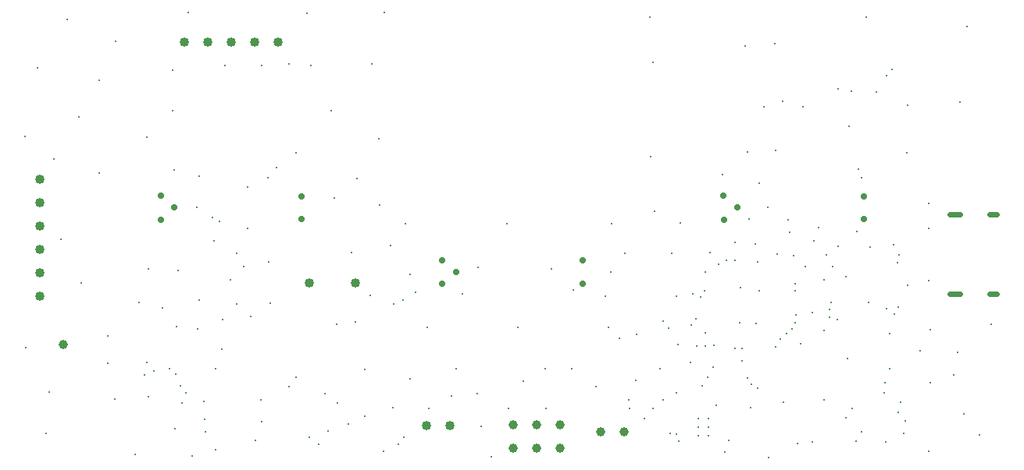
<source format=gbr>
%TF.GenerationSoftware,KiCad,Pcbnew,9.0.2*%
%TF.CreationDate,2025-08-01T16:28:49+01:00*%
%TF.ProjectId,FED3,46454433-2e6b-4696-9361-645f70636258,rev?*%
%TF.SameCoordinates,Original*%
%TF.FileFunction,Plated,1,4,PTH,Mixed*%
%TF.FilePolarity,Positive*%
%FSLAX46Y46*%
G04 Gerber Fmt 4.6, Leading zero omitted, Abs format (unit mm)*
G04 Created by KiCad (PCBNEW 9.0.2) date 2025-08-01 16:28:49*
%MOMM*%
%LPD*%
G01*
G04 APERTURE LIST*
%TA.AperFunction,ViaDrill*%
%ADD10C,0.210000*%
%TD*%
%TA.AperFunction,ComponentDrill*%
%ADD11C,0.210000*%
%TD*%
%TA.AperFunction,ViaDrill*%
%ADD12C,0.300000*%
%TD*%
G04 aperture for slot hole*
%TA.AperFunction,ComponentDrill*%
%ADD13C,0.600000*%
%TD*%
%TA.AperFunction,ComponentDrill*%
%ADD14C,0.700000*%
%TD*%
%TA.AperFunction,ComponentDrill*%
%ADD15C,1.000000*%
%TD*%
%TA.AperFunction,ComponentDrill*%
%ADD16C,1.016000*%
%TD*%
G04 APERTURE END LIST*
D10*
X95691100Y-94289600D03*
X95713900Y-117221400D03*
X97025000Y-86825000D03*
X97977100Y-126547600D03*
X98253900Y-122047400D03*
X98815300Y-96778800D03*
X99550000Y-105450000D03*
X100263100Y-81589600D03*
X101475000Y-92175000D03*
X101725000Y-110225000D03*
X103725000Y-88225000D03*
X103725000Y-98300000D03*
X104600000Y-118900000D03*
X104650000Y-116000000D03*
X105400000Y-122800000D03*
X105475000Y-83975000D03*
X107600000Y-128800000D03*
X108000000Y-112300000D03*
X108600000Y-120150000D03*
X108825000Y-94375000D03*
X108850000Y-118800000D03*
X109000000Y-108700000D03*
X109050000Y-122525000D03*
X109650000Y-119750000D03*
X110525000Y-112900000D03*
X111350000Y-119500000D03*
X111693100Y-87050600D03*
X111693100Y-91495600D03*
X111800000Y-97900000D03*
X111900000Y-126000000D03*
X111975000Y-120100000D03*
X112075000Y-114975000D03*
X112225000Y-108875000D03*
X112475000Y-121400000D03*
X112675000Y-123250000D03*
X113075000Y-122100000D03*
X113325000Y-80800000D03*
X113800000Y-129000000D03*
X114300000Y-102000000D03*
X114400000Y-115200000D03*
X114500000Y-98620000D03*
X114550000Y-112050000D03*
X115050000Y-123100000D03*
X115100000Y-125000000D03*
X115200000Y-126350000D03*
X115950000Y-103100000D03*
X116100000Y-105655000D03*
X116300000Y-128350000D03*
X116350000Y-119495000D03*
X116700000Y-103550000D03*
X116950000Y-117415000D03*
X117100000Y-114200000D03*
X117300000Y-86600000D03*
X117900000Y-109900000D03*
X118600000Y-107000000D03*
X118600000Y-112500000D03*
X119400000Y-108400000D03*
X119750000Y-99750000D03*
X119750000Y-104300000D03*
X120150000Y-113830000D03*
X120600000Y-127300000D03*
X121193750Y-122906250D03*
X121300000Y-86600000D03*
X121300000Y-125250000D03*
X122000000Y-98750000D03*
X122100000Y-107900000D03*
X122225000Y-112425000D03*
X122900000Y-97700000D03*
X124228175Y-121428176D03*
X124300000Y-86400000D03*
X125041765Y-120429854D03*
X125050000Y-96050000D03*
X126250000Y-80900000D03*
X126500000Y-127000000D03*
X126600000Y-86600000D03*
X127500000Y-127750000D03*
X128150000Y-122200000D03*
X128500000Y-126250000D03*
X128800000Y-91450000D03*
X129175000Y-100975000D03*
X129400000Y-114700000D03*
X129500000Y-123250000D03*
X130716405Y-125548435D03*
X131025000Y-106900000D03*
X131505030Y-114475628D03*
X131600000Y-98850000D03*
X132500000Y-119600000D03*
X132500000Y-124650000D03*
X133050000Y-111550000D03*
X133283100Y-86415600D03*
X134000000Y-94500000D03*
X134100000Y-101700000D03*
X134550000Y-128500000D03*
X134600000Y-80800000D03*
X135250000Y-106100000D03*
X135500000Y-123716000D03*
X135600000Y-112450000D03*
X136101000Y-127750000D03*
X136650000Y-112050000D03*
X136750000Y-127000000D03*
X136850000Y-103800000D03*
X137395300Y-109245800D03*
X137400000Y-120600000D03*
X138025000Y-111225000D03*
X139250000Y-115000000D03*
X139400000Y-123800000D03*
X141875000Y-122500000D03*
X142350000Y-119550000D03*
X143050000Y-111400000D03*
X144700000Y-122250000D03*
X144761300Y-108509200D03*
X145100000Y-125800000D03*
X146200000Y-129100000D03*
X147852894Y-103795731D03*
X148095100Y-123816200D03*
X149074710Y-115016462D03*
X149650000Y-120850000D03*
X152025000Y-119475000D03*
X152159100Y-123816200D03*
X152700000Y-108700000D03*
X154925000Y-119475000D03*
X157550000Y-121500000D03*
X158550000Y-111650000D03*
X159150000Y-109000000D03*
X159250000Y-103800000D03*
X160060000Y-116200000D03*
X160700000Y-107000000D03*
X161125000Y-122900000D03*
X161200000Y-123850000D03*
X161850000Y-120805000D03*
X161977136Y-115748717D03*
X162800000Y-124941002D03*
X163400000Y-81300000D03*
X163500000Y-96500000D03*
X163707689Y-123841600D03*
X163750000Y-86250000D03*
X163900000Y-102450000D03*
X164500000Y-119500000D03*
X164800000Y-114350000D03*
X164800000Y-122900000D03*
X165405000Y-115143717D03*
X165552592Y-126559814D03*
X165785000Y-106972500D03*
X166245879Y-126602052D03*
X166290335Y-122112423D03*
X166300000Y-111650000D03*
X166400000Y-116900000D03*
X166500000Y-127400000D03*
X166700000Y-103700000D03*
X167775000Y-118850000D03*
X167855300Y-114739000D03*
X168005000Y-111350000D03*
X168399824Y-114134000D03*
X168461636Y-117097000D03*
X168900000Y-111687500D03*
X169071464Y-121400169D03*
X169300000Y-111025000D03*
X169356276Y-117097000D03*
X169360000Y-108997500D03*
X169365000Y-115645000D03*
X169665300Y-120484700D03*
X169885000Y-106897500D03*
X170250000Y-119350000D03*
X170300000Y-117000000D03*
X170600000Y-123500000D03*
X170850000Y-108200000D03*
X171259900Y-98406000D03*
X171500000Y-128600000D03*
X171712500Y-107787500D03*
X171915000Y-127320000D03*
X172615854Y-117309459D03*
X172625000Y-105775000D03*
X172650000Y-107750000D03*
X173150000Y-114500000D03*
X173200000Y-110700000D03*
X173350000Y-118700000D03*
X173400000Y-117299813D03*
X173691900Y-84455400D03*
X173972880Y-120559319D03*
X174000000Y-96000000D03*
X174150000Y-103275000D03*
X174300000Y-123716000D03*
X174400000Y-121200000D03*
X174800000Y-106000000D03*
X174925000Y-114575000D03*
X175050000Y-121650000D03*
X175100000Y-107900000D03*
X175200000Y-99400000D03*
X175251800Y-111062165D03*
X175735500Y-91029400D03*
X176172000Y-102003600D03*
X176250000Y-129200000D03*
X176903900Y-84171400D03*
X177000000Y-117147512D03*
X177050000Y-95825000D03*
X177150000Y-107100000D03*
X177550000Y-116300000D03*
X177800000Y-90500000D03*
X177875000Y-123125000D03*
X178205779Y-115700000D03*
X178400000Y-103378000D03*
X178500000Y-104700000D03*
X178809985Y-115174790D03*
X178925000Y-107200000D03*
X179091310Y-111057219D03*
X179100448Y-110287271D03*
X179174262Y-114496407D03*
X179178408Y-113644953D03*
X179400000Y-127600000D03*
X179750000Y-116775000D03*
X179951900Y-91029400D03*
X180225000Y-108400000D03*
X181000000Y-113400000D03*
X181000000Y-127450000D03*
X181178200Y-105587800D03*
X181700000Y-104150000D03*
X182250000Y-109900000D03*
X182275000Y-115400000D03*
X182300000Y-122900000D03*
X182499000Y-107162600D03*
X182850000Y-113950000D03*
X182898234Y-113113248D03*
X183000000Y-112350000D03*
X183184800Y-108381800D03*
X183700000Y-114200000D03*
X183759600Y-89109600D03*
X183800000Y-106230000D03*
X184627690Y-109543265D03*
X184650000Y-124850000D03*
X184800000Y-118450000D03*
X184969500Y-93142200D03*
X185250000Y-89350000D03*
X185300000Y-123800000D03*
X185700000Y-127350000D03*
X185800000Y-104650000D03*
X186000000Y-97800000D03*
X186300000Y-98800000D03*
X186300000Y-126400000D03*
X186800000Y-81300000D03*
X187050000Y-112350000D03*
X187300000Y-106300000D03*
X187900000Y-89425000D03*
X188823600Y-122123200D03*
X188865168Y-121000000D03*
X188975000Y-127500000D03*
X189000000Y-87700000D03*
X189000000Y-113000000D03*
X189350000Y-115700000D03*
X189400000Y-119550000D03*
X189600000Y-87000000D03*
X189779200Y-106070400D03*
X189900000Y-113600000D03*
X190211771Y-108013359D03*
X190300000Y-112800000D03*
X190350000Y-124250000D03*
X190373000Y-107111800D03*
X190525400Y-123190000D03*
X190875000Y-126500000D03*
X191058800Y-125222000D03*
X191236600Y-96037400D03*
X191300000Y-90900000D03*
X191338200Y-110413800D03*
X192660000Y-117600000D03*
X193600000Y-128500000D03*
X193649600Y-101523800D03*
X193649600Y-104241600D03*
X193750000Y-115300000D03*
X193800000Y-121050000D03*
X196340000Y-120170000D03*
X196750000Y-117700000D03*
X197034500Y-90526000D03*
X197410000Y-124400000D03*
X197799100Y-82351600D03*
X199075000Y-126750000D03*
X200400000Y-114700000D03*
D11*
%TO.C,U3*%
X168630600Y-124975000D03*
X168630600Y-125900000D03*
X168630600Y-126825000D03*
X169710600Y-124975000D03*
X169710600Y-125900000D03*
X169710600Y-126825000D03*
%TD*%
D12*
X155050000Y-111000000D03*
X158889001Y-115006584D03*
X193624200Y-109931200D03*
D13*
%TO.C,J6*%
X196979200Y-102713600D02*
X195879200Y-102713600D01*
X196979200Y-111353600D02*
X195879200Y-111353600D01*
X201009200Y-102713600D02*
X200209200Y-102713600D01*
X201009200Y-111353600D02*
X200209200Y-111353600D01*
D14*
%TO.C,PI3*%
X110381100Y-100733600D03*
X110401100Y-103303600D03*
X111851100Y-102003600D03*
X125601100Y-100763600D03*
X125621100Y-103273600D03*
%TO.C,PI2*%
X140881100Y-107733600D03*
X140901100Y-110303600D03*
X142351100Y-109003600D03*
X156101100Y-107763600D03*
X156121100Y-110273600D03*
%TO.C,PI1*%
X171381100Y-100733600D03*
X171401100Y-103303600D03*
X172851100Y-102003600D03*
X186601100Y-100763600D03*
X186621100Y-103273600D03*
D15*
%TO.C,TP5*%
X99800000Y-116900000D03*
%TO.C,J1*%
X148582050Y-125569743D03*
X148582050Y-128109743D03*
X151122050Y-125569743D03*
X151122050Y-128109743D03*
X153662050Y-125569743D03*
X153662050Y-128109743D03*
%TO.C,J2*%
X158010000Y-126400000D03*
X160550000Y-126400000D03*
D16*
%TO.C,SCREEN0*%
X97251100Y-98903600D03*
X97251100Y-101443600D03*
X97251100Y-103983600D03*
X97251100Y-106523600D03*
X97251100Y-109063600D03*
X97251100Y-111603600D03*
%TO.C,MOTOR0*%
X112921100Y-84003600D03*
X115461100Y-84003600D03*
X118001100Y-84003600D03*
X120541100Y-84003600D03*
X123081100Y-84003600D03*
%TO.C,BZ1*%
X126510000Y-110180000D03*
X131459200Y-110180000D03*
%TO.C,X5*%
X139154300Y-125736400D03*
X141694300Y-125736400D03*
M02*

</source>
